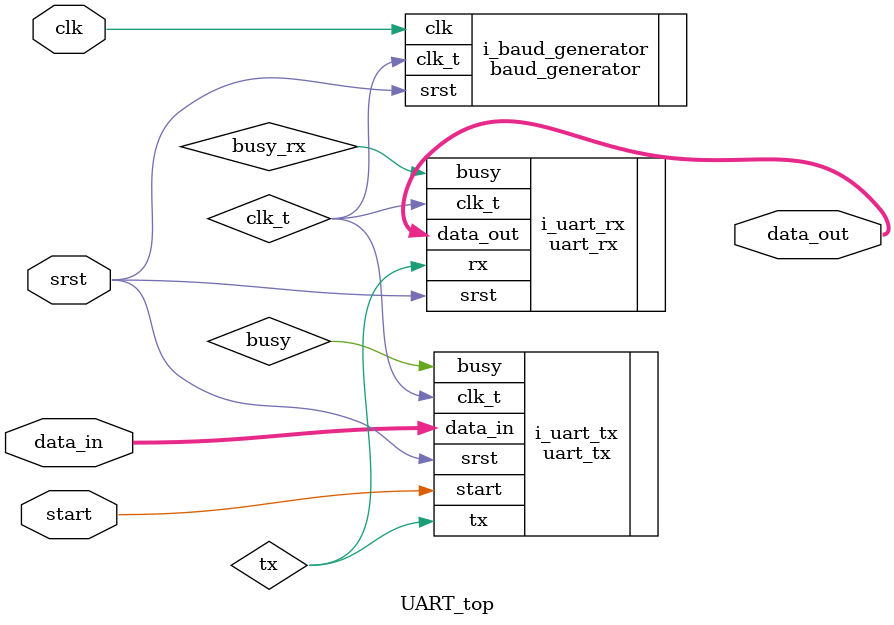
<source format=sv>
module UART_top #(parameter BAUD_RATE=2400) (
  input              clk     ,
  input              srst    ,
  input        [7:0] data_in ,
  input              start   ,
  output logic [7:0] data_out
);

  logic clk_t  ;
  logic tx     ;
  logic busy   ;
  logic busy_rx;

  logic rx;

// buad_rate_generator modules
  baud_generator #(.BAUD_RATE(BAUD_RATE)) i_baud_generator (
    .clk  (clk  ),
    .srst (srst ),
    .clk_t(clk_t)
  );

  logic end_tx;
  logic end_rx;

// transmitter module
  uart_tx i_uart_tx (
    .clk_t  (clk_t  ),
    .srst   (srst   ),
    .start  (start  ),
    .data_in(data_in),
    .tx     (tx     ),
    .busy   (busy   )
  );

//reciver module
  uart_rx i_uart_rx (
    .clk_t   (clk_t   ),
    .srst    (srst    ),
    .rx      (tx      ),
    .busy    (busy_rx ),
    .data_out(data_out)
  );

  assign end_tx = i_uart_tx.end_tx;// sigonly use for tb;
  assign end_rx = i_uart_rx.end_rx;// sigonly use for tb;


endmodule : UART_top
</source>
